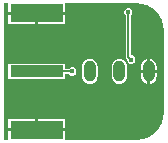
<source format=gtl>
G04*
G04 #@! TF.GenerationSoftware,Altium Limited,Altium Designer,23.5.1 (21)*
G04*
G04 Layer_Physical_Order=1*
G04 Layer_Color=255*
%FSLAX44Y44*%
%MOMM*%
G71*
G04*
G04 #@! TF.SameCoordinates,15E139BA-CB31-48D9-99C5-4DE2AD628402*
G04*
G04*
G04 #@! TF.FilePolarity,Positive*
G04*
G01*
G75*
%ADD11R,4.5000X1.0000*%
%ADD12R,4.5000X1.5000*%
%ADD16C,0.1500*%
%ADD17O,1.0000X1.8000*%
%ADD18C,0.4000*%
G36*
X249435Y117296D02*
X253699Y116002D01*
X257630Y113901D01*
X261074Y111074D01*
X263901Y107629D01*
X266002Y103699D01*
X267296Y99435D01*
X267724Y95089D01*
X267706Y95000D01*
Y25000D01*
X267724Y24911D01*
X267296Y20565D01*
X266002Y16301D01*
X263901Y12371D01*
X261074Y8926D01*
X257630Y6099D01*
X253699Y3998D01*
X249435Y2704D01*
X245089Y2276D01*
X245000Y2294D01*
X184000Y2294D01*
Y9480D01*
X160000D01*
X136000D01*
Y2294D01*
X132294D01*
Y117706D01*
X136000D01*
Y110520D01*
X160000D01*
X184000D01*
Y117706D01*
X245000D01*
X245089Y117724D01*
X249435Y117296D01*
D02*
G37*
%LPC*%
G36*
X184000Y107980D02*
X161270D01*
Y100250D01*
X184000D01*
Y107980D01*
D02*
G37*
G36*
X158730D02*
X136000D01*
Y100250D01*
X158730D01*
Y107980D01*
D02*
G37*
G36*
X238196Y113500D02*
X236804D01*
X235517Y112967D01*
X234533Y111983D01*
X234000Y110696D01*
Y109304D01*
X234533Y108017D01*
X235206Y107344D01*
Y72500D01*
X235381Y71622D01*
X235878Y70878D01*
X236500Y70256D01*
Y69304D01*
X237033Y68017D01*
X238017Y67033D01*
X239304Y66500D01*
X240696D01*
X241983Y67033D01*
X242967Y68017D01*
X243500Y69304D01*
Y70696D01*
X242967Y71983D01*
X241983Y72967D01*
X240696Y73500D01*
X239794D01*
Y107344D01*
X240467Y108017D01*
X241000Y109304D01*
Y110696D01*
X240467Y111983D01*
X239483Y112967D01*
X238196Y113500D01*
D02*
G37*
G36*
X256270Y70389D02*
Y61270D01*
X261556D01*
Y64000D01*
X261333Y65697D01*
X260678Y67278D01*
X259636Y68636D01*
X258278Y69678D01*
X256697Y70333D01*
X256270Y70389D01*
D02*
G37*
G36*
X253730D02*
X253303Y70333D01*
X251722Y69678D01*
X250364Y68636D01*
X249322Y67278D01*
X248667Y65697D01*
X248444Y64000D01*
Y61270D01*
X253730D01*
Y70389D01*
D02*
G37*
G36*
X184000Y66500D02*
X136000D01*
Y53500D01*
X184000D01*
Y57706D01*
X187344D01*
X188017Y57033D01*
X189304Y56500D01*
X190696D01*
X191983Y57033D01*
X192967Y58017D01*
X193500Y59304D01*
Y60696D01*
X192967Y61983D01*
X191983Y62967D01*
X190696Y63500D01*
X189304D01*
X188017Y62967D01*
X187344Y62294D01*
X184000D01*
Y66500D01*
D02*
G37*
G36*
X261556Y58730D02*
X256270D01*
Y49611D01*
X256697Y49667D01*
X258278Y50322D01*
X259636Y51364D01*
X260678Y52722D01*
X261333Y54303D01*
X261556Y56000D01*
Y58730D01*
D02*
G37*
G36*
X253730D02*
X248444D01*
Y56000D01*
X248667Y54303D01*
X249322Y52722D01*
X250364Y51364D01*
X251722Y50322D01*
X253303Y49667D01*
X253730Y49611D01*
Y58730D01*
D02*
G37*
G36*
X230000Y70556D02*
X228303Y70333D01*
X226722Y69678D01*
X225364Y68636D01*
X224322Y67278D01*
X223667Y65697D01*
X223444Y64000D01*
Y56000D01*
X223667Y54303D01*
X224322Y52722D01*
X225364Y51364D01*
X226722Y50322D01*
X228303Y49667D01*
X230000Y49444D01*
X231697Y49667D01*
X233278Y50322D01*
X234636Y51364D01*
X235678Y52722D01*
X236333Y54303D01*
X236556Y56000D01*
Y64000D01*
X236333Y65697D01*
X235678Y67278D01*
X234636Y68636D01*
X233278Y69678D01*
X231697Y70333D01*
X230000Y70556D01*
D02*
G37*
G36*
X205000D02*
X203303Y70333D01*
X201722Y69678D01*
X200364Y68636D01*
X199322Y67278D01*
X198667Y65697D01*
X198444Y64000D01*
Y56000D01*
X198667Y54303D01*
X199322Y52722D01*
X200364Y51364D01*
X201722Y50322D01*
X203303Y49667D01*
X205000Y49444D01*
X206697Y49667D01*
X208278Y50322D01*
X209636Y51364D01*
X210678Y52722D01*
X211333Y54303D01*
X211556Y56000D01*
Y64000D01*
X211333Y65697D01*
X210678Y67278D01*
X209636Y68636D01*
X208278Y69678D01*
X206697Y70333D01*
X205000Y70556D01*
D02*
G37*
G36*
X184000Y19750D02*
X161270D01*
Y12020D01*
X184000D01*
Y19750D01*
D02*
G37*
G36*
X158730D02*
X136000D01*
Y12020D01*
X158730D01*
Y19750D01*
D02*
G37*
%LPD*%
D11*
X160000Y60000D02*
D03*
D12*
Y109250D02*
D03*
Y10750D02*
D03*
D16*
X237500Y72500D02*
X240000Y70000D01*
X237500Y72500D02*
Y110000D01*
X160000Y60000D02*
X190000D01*
D17*
X255000D02*
D03*
X230000D02*
D03*
X205000D02*
D03*
D18*
X240000Y70000D02*
D03*
X237500Y110000D02*
D03*
X190000Y60000D02*
D03*
M02*

</source>
